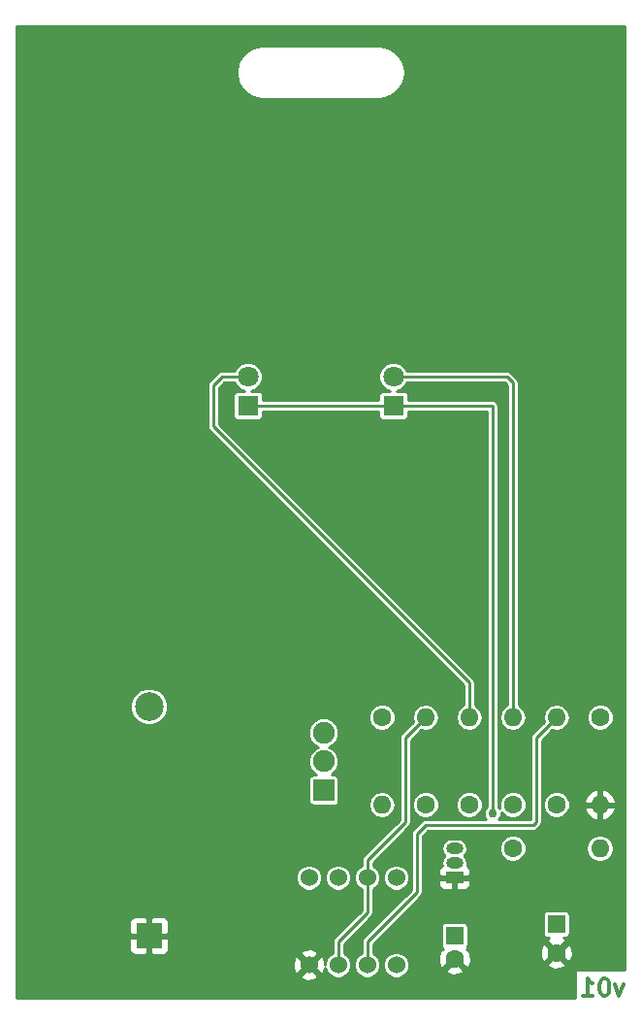
<source format=gbl>
G04 #@! TF.FileFunction,Copper,L2,Bot,Signal*
%FSLAX46Y46*%
G04 Gerber Fmt 4.6, Leading zero omitted, Abs format (unit mm)*
G04 Created by KiCad (PCBNEW 4.0.7) date 07/03/23 18:34:59*
%MOMM*%
%LPD*%
G01*
G04 APERTURE LIST*
%ADD10C,0.100000*%
%ADD11C,0.300000*%
%ADD12R,2.170000X2.170000*%
%ADD13C,2.500000*%
%ADD14R,1.600000X1.600000*%
%ADD15C,1.600000*%
%ADD16R,1.800000X1.800000*%
%ADD17C,1.800000*%
%ADD18O,1.500000X1.000000*%
%ADD19R,1.500000X1.000000*%
%ADD20O,1.600000X1.600000*%
%ADD21R,1.900000X1.900000*%
%ADD22C,1.900000*%
%ADD23C,1.524000*%
%ADD24C,0.762000*%
%ADD25C,0.254000*%
G04 APERTURE END LIST*
D10*
D11*
X180347713Y-125408571D02*
X179990570Y-126408571D01*
X179633428Y-125408571D01*
X178776285Y-124908571D02*
X178633428Y-124908571D01*
X178490571Y-124980000D01*
X178419142Y-125051429D01*
X178347713Y-125194286D01*
X178276285Y-125480000D01*
X178276285Y-125837143D01*
X178347713Y-126122857D01*
X178419142Y-126265714D01*
X178490571Y-126337143D01*
X178633428Y-126408571D01*
X178776285Y-126408571D01*
X178919142Y-126337143D01*
X178990571Y-126265714D01*
X179061999Y-126122857D01*
X179133428Y-125837143D01*
X179133428Y-125480000D01*
X179061999Y-125194286D01*
X178990571Y-125051429D01*
X178919142Y-124980000D01*
X178776285Y-124908571D01*
X176847714Y-126408571D02*
X177704857Y-126408571D01*
X177276285Y-126408571D02*
X177276285Y-124908571D01*
X177419142Y-125122857D01*
X177562000Y-125265714D01*
X177704857Y-125337143D01*
D12*
X138938000Y-121158000D03*
D13*
X138938000Y-101158000D03*
D14*
X165608000Y-121158000D03*
D15*
X165608000Y-123158000D03*
D14*
X174498000Y-120142000D03*
D15*
X174498000Y-122642000D03*
D16*
X147574000Y-74930000D03*
D17*
X147574000Y-72390000D03*
D16*
X160274000Y-74930000D03*
D17*
X160274000Y-72390000D03*
D18*
X165608000Y-114808000D03*
X165608000Y-113538000D03*
D19*
X165608000Y-116078000D03*
D15*
X159258000Y-102108000D03*
D20*
X159258000Y-109728000D03*
D15*
X163068000Y-109728000D03*
D20*
X163068000Y-102108000D03*
D15*
X174498000Y-109728000D03*
D20*
X174498000Y-102108000D03*
D15*
X178308000Y-102108000D03*
D20*
X178308000Y-109728000D03*
D15*
X170688000Y-113538000D03*
D20*
X178308000Y-113538000D03*
D15*
X166878000Y-109728000D03*
D20*
X166878000Y-102108000D03*
D15*
X170688000Y-109728000D03*
D20*
X170688000Y-102108000D03*
D21*
X154178000Y-108458000D03*
D22*
X154178000Y-105958000D03*
X154178000Y-103458000D03*
D23*
X152908000Y-116078000D03*
X155448000Y-116078000D03*
X157988000Y-116078000D03*
X160528000Y-116078000D03*
X160528000Y-123698000D03*
X157988000Y-123698000D03*
X152908000Y-123698000D03*
X155448000Y-123698000D03*
D24*
X168910000Y-110490000D03*
D25*
X157988000Y-116078000D02*
X157988000Y-114554000D01*
X161290000Y-103886000D02*
X163068000Y-102108000D01*
X161290000Y-111252000D02*
X161290000Y-103886000D01*
X157988000Y-114554000D02*
X161290000Y-111252000D01*
X155448000Y-123698000D02*
X155448000Y-121666000D01*
X157988000Y-119126000D02*
X157988000Y-116078000D01*
X155448000Y-121666000D02*
X157988000Y-119126000D01*
X160274000Y-74930000D02*
X147574000Y-74930000D01*
X168910000Y-74930000D02*
X160274000Y-74930000D01*
X168910000Y-110490000D02*
X168910000Y-74930000D01*
X166878000Y-102108000D02*
X166878000Y-99060000D01*
X145288000Y-72390000D02*
X147574000Y-72390000D01*
X144526000Y-73152000D02*
X145288000Y-72390000D01*
X144526000Y-76708000D02*
X144526000Y-73152000D01*
X166878000Y-99060000D02*
X144526000Y-76708000D01*
X170688000Y-102108000D02*
X170688000Y-72898000D01*
X170180000Y-72390000D02*
X160274000Y-72390000D01*
X170688000Y-72898000D02*
X170180000Y-72390000D01*
X172720000Y-103886000D02*
X174498000Y-102108000D01*
X172720000Y-111252000D02*
X172720000Y-103886000D01*
X172466000Y-111506000D02*
X172720000Y-111252000D01*
X163068000Y-111506000D02*
X172466000Y-111506000D01*
X162306000Y-112268000D02*
X163068000Y-111506000D01*
X162306000Y-117348000D02*
X162306000Y-112268000D01*
X157988000Y-121666000D02*
X162306000Y-117348000D01*
X157988000Y-123698000D02*
X157988000Y-121666000D01*
G36*
X180454300Y-124149000D02*
X176181001Y-124149000D01*
X176181001Y-126606300D01*
X127393700Y-126606300D01*
X127393700Y-124678213D01*
X152107392Y-124678213D01*
X152176857Y-124920397D01*
X152700302Y-125107144D01*
X153255368Y-125079362D01*
X153639143Y-124920397D01*
X153708608Y-124678213D01*
X152908000Y-123877605D01*
X152107392Y-124678213D01*
X127393700Y-124678213D01*
X127393700Y-123490302D01*
X151498856Y-123490302D01*
X151526638Y-124045368D01*
X151685603Y-124429143D01*
X151927787Y-124498608D01*
X152728395Y-123698000D01*
X153087605Y-123698000D01*
X153888213Y-124498608D01*
X154130397Y-124429143D01*
X154307852Y-123931742D01*
X154478446Y-124344612D01*
X154799697Y-124666423D01*
X155219646Y-124840801D01*
X155674359Y-124841198D01*
X156094612Y-124667554D01*
X156416423Y-124346303D01*
X156590801Y-123926354D01*
X156591198Y-123471641D01*
X156417554Y-123051388D01*
X156096303Y-122729577D01*
X155956000Y-122671318D01*
X155956000Y-121876420D01*
X158347210Y-119485211D01*
X158457330Y-119320404D01*
X158457331Y-119320403D01*
X158496000Y-119126000D01*
X158496000Y-117104827D01*
X158634612Y-117047554D01*
X158956423Y-116726303D01*
X159130801Y-116306354D01*
X159130802Y-116304359D01*
X159384802Y-116304359D01*
X159558446Y-116724612D01*
X159879697Y-117046423D01*
X160299646Y-117220801D01*
X160754359Y-117221198D01*
X161174612Y-117047554D01*
X161496423Y-116726303D01*
X161670801Y-116306354D01*
X161671198Y-115851641D01*
X161497554Y-115431388D01*
X161176303Y-115109577D01*
X160756354Y-114935199D01*
X160301641Y-114934802D01*
X159881388Y-115108446D01*
X159559577Y-115429697D01*
X159385199Y-115849646D01*
X159384802Y-116304359D01*
X159130802Y-116304359D01*
X159131198Y-115851641D01*
X158957554Y-115431388D01*
X158636303Y-115109577D01*
X158496000Y-115051318D01*
X158496000Y-114764420D01*
X161649210Y-111611210D01*
X161759331Y-111446404D01*
X161798000Y-111252000D01*
X161798000Y-109961885D01*
X161886796Y-109961885D01*
X162066213Y-110396109D01*
X162398144Y-110728619D01*
X162832054Y-110908794D01*
X163301885Y-110909204D01*
X163736109Y-110729787D01*
X164068619Y-110397856D01*
X164248794Y-109963946D01*
X164248795Y-109961885D01*
X165696796Y-109961885D01*
X165876213Y-110396109D01*
X166208144Y-110728619D01*
X166642054Y-110908794D01*
X167111885Y-110909204D01*
X167546109Y-110729787D01*
X167878619Y-110397856D01*
X168058794Y-109963946D01*
X168059204Y-109494115D01*
X167879787Y-109059891D01*
X167547856Y-108727381D01*
X167113946Y-108547206D01*
X166644115Y-108546796D01*
X166209891Y-108726213D01*
X165877381Y-109058144D01*
X165697206Y-109492054D01*
X165696796Y-109961885D01*
X164248795Y-109961885D01*
X164249204Y-109494115D01*
X164069787Y-109059891D01*
X163737856Y-108727381D01*
X163303946Y-108547206D01*
X162834115Y-108546796D01*
X162399891Y-108726213D01*
X162067381Y-109058144D01*
X161887206Y-109492054D01*
X161886796Y-109961885D01*
X161798000Y-109961885D01*
X161798000Y-104096420D01*
X162662868Y-103231552D01*
X163068000Y-103312137D01*
X163519949Y-103222239D01*
X163903093Y-102966230D01*
X164159102Y-102583086D01*
X164249000Y-102131137D01*
X164249000Y-102084863D01*
X164159102Y-101632914D01*
X163903093Y-101249770D01*
X163519949Y-100993761D01*
X163068000Y-100903863D01*
X162616051Y-100993761D01*
X162232907Y-101249770D01*
X161976898Y-101632914D01*
X161887000Y-102084863D01*
X161887000Y-102131137D01*
X161959908Y-102497672D01*
X160930790Y-103526790D01*
X160820669Y-103691597D01*
X160782000Y-103886000D01*
X160782000Y-111041580D01*
X157628790Y-114194790D01*
X157518669Y-114359597D01*
X157480000Y-114554000D01*
X157480000Y-115051173D01*
X157341388Y-115108446D01*
X157019577Y-115429697D01*
X156845199Y-115849646D01*
X156844802Y-116304359D01*
X157018446Y-116724612D01*
X157339697Y-117046423D01*
X157480000Y-117104682D01*
X157480000Y-118915579D01*
X155088790Y-121306790D01*
X154978669Y-121471597D01*
X154940000Y-121666000D01*
X154940000Y-122671173D01*
X154801388Y-122728446D01*
X154479577Y-123049697D01*
X154305199Y-123469646D01*
X154305030Y-123663660D01*
X154289362Y-123350632D01*
X154130397Y-122966857D01*
X153888213Y-122897392D01*
X153087605Y-123698000D01*
X152728395Y-123698000D01*
X151927787Y-122897392D01*
X151685603Y-122966857D01*
X151498856Y-123490302D01*
X127393700Y-123490302D01*
X127393700Y-121443750D01*
X137218000Y-121443750D01*
X137218000Y-122369309D01*
X137314673Y-122602698D01*
X137493301Y-122781327D01*
X137726690Y-122878000D01*
X138652250Y-122878000D01*
X138811000Y-122719250D01*
X138811000Y-121285000D01*
X139065000Y-121285000D01*
X139065000Y-122719250D01*
X139223750Y-122878000D01*
X140149310Y-122878000D01*
X140382699Y-122781327D01*
X140446238Y-122717787D01*
X152107392Y-122717787D01*
X152908000Y-123518395D01*
X153708608Y-122717787D01*
X153639143Y-122475603D01*
X153115698Y-122288856D01*
X152560632Y-122316638D01*
X152176857Y-122475603D01*
X152107392Y-122717787D01*
X140446238Y-122717787D01*
X140561327Y-122602698D01*
X140658000Y-122369309D01*
X140658000Y-121443750D01*
X140499250Y-121285000D01*
X139065000Y-121285000D01*
X138811000Y-121285000D01*
X137376750Y-121285000D01*
X137218000Y-121443750D01*
X127393700Y-121443750D01*
X127393700Y-119946691D01*
X137218000Y-119946691D01*
X137218000Y-120872250D01*
X137376750Y-121031000D01*
X138811000Y-121031000D01*
X138811000Y-119596750D01*
X139065000Y-119596750D01*
X139065000Y-121031000D01*
X140499250Y-121031000D01*
X140658000Y-120872250D01*
X140658000Y-119946691D01*
X140561327Y-119713302D01*
X140382699Y-119534673D01*
X140149310Y-119438000D01*
X139223750Y-119438000D01*
X139065000Y-119596750D01*
X138811000Y-119596750D01*
X138652250Y-119438000D01*
X137726690Y-119438000D01*
X137493301Y-119534673D01*
X137314673Y-119713302D01*
X137218000Y-119946691D01*
X127393700Y-119946691D01*
X127393700Y-116304359D01*
X151764802Y-116304359D01*
X151938446Y-116724612D01*
X152259697Y-117046423D01*
X152679646Y-117220801D01*
X153134359Y-117221198D01*
X153554612Y-117047554D01*
X153876423Y-116726303D01*
X154050801Y-116306354D01*
X154050802Y-116304359D01*
X154304802Y-116304359D01*
X154478446Y-116724612D01*
X154799697Y-117046423D01*
X155219646Y-117220801D01*
X155674359Y-117221198D01*
X156094612Y-117047554D01*
X156416423Y-116726303D01*
X156590801Y-116306354D01*
X156591198Y-115851641D01*
X156417554Y-115431388D01*
X156096303Y-115109577D01*
X155676354Y-114935199D01*
X155221641Y-114934802D01*
X154801388Y-115108446D01*
X154479577Y-115429697D01*
X154305199Y-115849646D01*
X154304802Y-116304359D01*
X154050802Y-116304359D01*
X154051198Y-115851641D01*
X153877554Y-115431388D01*
X153556303Y-115109577D01*
X153136354Y-114935199D01*
X152681641Y-114934802D01*
X152261388Y-115108446D01*
X151939577Y-115429697D01*
X151765199Y-115849646D01*
X151764802Y-116304359D01*
X127393700Y-116304359D01*
X127393700Y-107508000D01*
X152839536Y-107508000D01*
X152839536Y-109408000D01*
X152866103Y-109549190D01*
X152949546Y-109678865D01*
X153076866Y-109765859D01*
X153228000Y-109796464D01*
X155128000Y-109796464D01*
X155269190Y-109769897D01*
X155370256Y-109704863D01*
X158077000Y-109704863D01*
X158077000Y-109751137D01*
X158166898Y-110203086D01*
X158422907Y-110586230D01*
X158806051Y-110842239D01*
X159258000Y-110932137D01*
X159709949Y-110842239D01*
X160093093Y-110586230D01*
X160349102Y-110203086D01*
X160439000Y-109751137D01*
X160439000Y-109704863D01*
X160349102Y-109252914D01*
X160093093Y-108869770D01*
X159709949Y-108613761D01*
X159258000Y-108523863D01*
X158806051Y-108613761D01*
X158422907Y-108869770D01*
X158166898Y-109252914D01*
X158077000Y-109704863D01*
X155370256Y-109704863D01*
X155398865Y-109686454D01*
X155485859Y-109559134D01*
X155516464Y-109408000D01*
X155516464Y-107508000D01*
X155489897Y-107366810D01*
X155406454Y-107237135D01*
X155279134Y-107150141D01*
X155128000Y-107119536D01*
X154852284Y-107119536D01*
X154930966Y-107087025D01*
X155305709Y-106712935D01*
X155508769Y-106223914D01*
X155509231Y-105694409D01*
X155307025Y-105205034D01*
X154932935Y-104830291D01*
X154638306Y-104707950D01*
X154930966Y-104587025D01*
X155305709Y-104212935D01*
X155508769Y-103723914D01*
X155509231Y-103194409D01*
X155307025Y-102705034D01*
X154944509Y-102341885D01*
X158076796Y-102341885D01*
X158256213Y-102776109D01*
X158588144Y-103108619D01*
X159022054Y-103288794D01*
X159491885Y-103289204D01*
X159926109Y-103109787D01*
X160258619Y-102777856D01*
X160438794Y-102343946D01*
X160439204Y-101874115D01*
X160259787Y-101439891D01*
X159927856Y-101107381D01*
X159493946Y-100927206D01*
X159024115Y-100926796D01*
X158589891Y-101106213D01*
X158257381Y-101438144D01*
X158077206Y-101872054D01*
X158076796Y-102341885D01*
X154944509Y-102341885D01*
X154932935Y-102330291D01*
X154443914Y-102127231D01*
X153914409Y-102126769D01*
X153425034Y-102328975D01*
X153050291Y-102703065D01*
X152847231Y-103192086D01*
X152846769Y-103721591D01*
X153048975Y-104210966D01*
X153423065Y-104585709D01*
X153717694Y-104708050D01*
X153425034Y-104828975D01*
X153050291Y-105203065D01*
X152847231Y-105692086D01*
X152846769Y-106221591D01*
X153048975Y-106710966D01*
X153423065Y-107085709D01*
X153504529Y-107119536D01*
X153228000Y-107119536D01*
X153086810Y-107146103D01*
X152957135Y-107229546D01*
X152870141Y-107356866D01*
X152839536Y-107508000D01*
X127393700Y-107508000D01*
X127393700Y-101481003D01*
X137306718Y-101481003D01*
X137554499Y-102080680D01*
X138012907Y-102539888D01*
X138612151Y-102788716D01*
X139261003Y-102789282D01*
X139860680Y-102541501D01*
X140319888Y-102083093D01*
X140568716Y-101483849D01*
X140569282Y-100834997D01*
X140321501Y-100235320D01*
X139863093Y-99776112D01*
X139263849Y-99527284D01*
X138614997Y-99526718D01*
X138015320Y-99774499D01*
X137556112Y-100232907D01*
X137307284Y-100832151D01*
X137306718Y-101481003D01*
X127393700Y-101481003D01*
X127393700Y-73152000D01*
X144018000Y-73152000D01*
X144018000Y-76708000D01*
X144056669Y-76902403D01*
X144166790Y-77067210D01*
X166370000Y-99270421D01*
X166370000Y-101031213D01*
X166042907Y-101249770D01*
X165786898Y-101632914D01*
X165697000Y-102084863D01*
X165697000Y-102131137D01*
X165786898Y-102583086D01*
X166042907Y-102966230D01*
X166426051Y-103222239D01*
X166878000Y-103312137D01*
X167329949Y-103222239D01*
X167713093Y-102966230D01*
X167969102Y-102583086D01*
X168059000Y-102131137D01*
X168059000Y-102084863D01*
X167969102Y-101632914D01*
X167713093Y-101249770D01*
X167386000Y-101031213D01*
X167386000Y-99060000D01*
X167347331Y-98865597D01*
X167237211Y-98700790D01*
X145034000Y-76497580D01*
X145034000Y-73362420D01*
X145498420Y-72898000D01*
X146397857Y-72898000D01*
X146487388Y-73114680D01*
X146847425Y-73475345D01*
X147247656Y-73641536D01*
X146674000Y-73641536D01*
X146532810Y-73668103D01*
X146403135Y-73751546D01*
X146316141Y-73878866D01*
X146285536Y-74030000D01*
X146285536Y-75830000D01*
X146312103Y-75971190D01*
X146395546Y-76100865D01*
X146522866Y-76187859D01*
X146674000Y-76218464D01*
X148474000Y-76218464D01*
X148615190Y-76191897D01*
X148744865Y-76108454D01*
X148831859Y-75981134D01*
X148862464Y-75830000D01*
X148862464Y-75438000D01*
X158985536Y-75438000D01*
X158985536Y-75830000D01*
X159012103Y-75971190D01*
X159095546Y-76100865D01*
X159222866Y-76187859D01*
X159374000Y-76218464D01*
X161174000Y-76218464D01*
X161315190Y-76191897D01*
X161444865Y-76108454D01*
X161531859Y-75981134D01*
X161562464Y-75830000D01*
X161562464Y-75438000D01*
X168402000Y-75438000D01*
X168402000Y-109920424D01*
X168264385Y-110057798D01*
X168148133Y-110337764D01*
X168147868Y-110640906D01*
X168263632Y-110921074D01*
X168340424Y-110998000D01*
X163068000Y-110998000D01*
X162873597Y-111036669D01*
X162708790Y-111146790D01*
X161946790Y-111908790D01*
X161836669Y-112073597D01*
X161798000Y-112268000D01*
X161798000Y-117137580D01*
X157628790Y-121306790D01*
X157518669Y-121471597D01*
X157480000Y-121666000D01*
X157480000Y-122671173D01*
X157341388Y-122728446D01*
X157019577Y-123049697D01*
X156845199Y-123469646D01*
X156844802Y-123924359D01*
X157018446Y-124344612D01*
X157339697Y-124666423D01*
X157759646Y-124840801D01*
X158214359Y-124841198D01*
X158634612Y-124667554D01*
X158956423Y-124346303D01*
X159130801Y-123926354D01*
X159130802Y-123924359D01*
X159384802Y-123924359D01*
X159558446Y-124344612D01*
X159879697Y-124666423D01*
X160299646Y-124840801D01*
X160754359Y-124841198D01*
X161174612Y-124667554D01*
X161496423Y-124346303D01*
X161571397Y-124165745D01*
X164779861Y-124165745D01*
X164853995Y-124411864D01*
X165391223Y-124604965D01*
X165961454Y-124577778D01*
X166362005Y-124411864D01*
X166436139Y-124165745D01*
X165608000Y-123337605D01*
X164779861Y-124165745D01*
X161571397Y-124165745D01*
X161670801Y-123926354D01*
X161671198Y-123471641D01*
X161497554Y-123051388D01*
X161387581Y-122941223D01*
X164161035Y-122941223D01*
X164188222Y-123511454D01*
X164354136Y-123912005D01*
X164600255Y-123986139D01*
X165428395Y-123158000D01*
X165414252Y-123143858D01*
X165593858Y-122964252D01*
X165608000Y-122978395D01*
X165622142Y-122964252D01*
X165801748Y-123143858D01*
X165787605Y-123158000D01*
X166615745Y-123986139D01*
X166861864Y-123912005D01*
X166956130Y-123649745D01*
X173669861Y-123649745D01*
X173743995Y-123895864D01*
X174281223Y-124088965D01*
X174851454Y-124061778D01*
X175252005Y-123895864D01*
X175326139Y-123649745D01*
X174498000Y-122821605D01*
X173669861Y-123649745D01*
X166956130Y-123649745D01*
X167054965Y-123374777D01*
X167027778Y-122804546D01*
X166870657Y-122425223D01*
X173051035Y-122425223D01*
X173078222Y-122995454D01*
X173244136Y-123396005D01*
X173490255Y-123470139D01*
X174318395Y-122642000D01*
X174677605Y-122642000D01*
X175505745Y-123470139D01*
X175751864Y-123396005D01*
X175944965Y-122858777D01*
X175917778Y-122288546D01*
X175751864Y-121887995D01*
X175505745Y-121813861D01*
X174677605Y-122642000D01*
X174318395Y-122642000D01*
X173490255Y-121813861D01*
X173244136Y-121887995D01*
X173051035Y-122425223D01*
X166870657Y-122425223D01*
X166861864Y-122403995D01*
X166615747Y-122329861D01*
X166730622Y-122214986D01*
X166708588Y-122192952D01*
X166765859Y-122109134D01*
X166796464Y-121958000D01*
X166796464Y-120358000D01*
X166769897Y-120216810D01*
X166686454Y-120087135D01*
X166559134Y-120000141D01*
X166408000Y-119969536D01*
X164808000Y-119969536D01*
X164666810Y-119996103D01*
X164537135Y-120079546D01*
X164450141Y-120206866D01*
X164419536Y-120358000D01*
X164419536Y-121958000D01*
X164446103Y-122099190D01*
X164506819Y-122193545D01*
X164485378Y-122214986D01*
X164600253Y-122329861D01*
X164354136Y-122403995D01*
X164161035Y-122941223D01*
X161387581Y-122941223D01*
X161176303Y-122729577D01*
X160756354Y-122555199D01*
X160301641Y-122554802D01*
X159881388Y-122728446D01*
X159559577Y-123049697D01*
X159385199Y-123469646D01*
X159384802Y-123924359D01*
X159130802Y-123924359D01*
X159131198Y-123471641D01*
X158957554Y-123051388D01*
X158636303Y-122729577D01*
X158496000Y-122671318D01*
X158496000Y-121876420D01*
X161030420Y-119342000D01*
X173309536Y-119342000D01*
X173309536Y-120942000D01*
X173336103Y-121083190D01*
X173419546Y-121212865D01*
X173546866Y-121299859D01*
X173698000Y-121330464D01*
X173883227Y-121330464D01*
X173743995Y-121388136D01*
X173669861Y-121634255D01*
X174498000Y-122462395D01*
X175326139Y-121634255D01*
X175252005Y-121388136D01*
X175091555Y-121330464D01*
X175298000Y-121330464D01*
X175439190Y-121303897D01*
X175568865Y-121220454D01*
X175655859Y-121093134D01*
X175686464Y-120942000D01*
X175686464Y-119342000D01*
X175659897Y-119200810D01*
X175576454Y-119071135D01*
X175449134Y-118984141D01*
X175298000Y-118953536D01*
X173698000Y-118953536D01*
X173556810Y-118980103D01*
X173427135Y-119063546D01*
X173340141Y-119190866D01*
X173309536Y-119342000D01*
X161030420Y-119342000D01*
X162665210Y-117707210D01*
X162775331Y-117542404D01*
X162814000Y-117348000D01*
X162814000Y-116363750D01*
X164223000Y-116363750D01*
X164223000Y-116704309D01*
X164319673Y-116937698D01*
X164498301Y-117116327D01*
X164731690Y-117213000D01*
X165322250Y-117213000D01*
X165481000Y-117054250D01*
X165481000Y-116205000D01*
X165735000Y-116205000D01*
X165735000Y-117054250D01*
X165893750Y-117213000D01*
X166484310Y-117213000D01*
X166717699Y-117116327D01*
X166896327Y-116937698D01*
X166993000Y-116704309D01*
X166993000Y-116363750D01*
X166834250Y-116205000D01*
X165735000Y-116205000D01*
X165481000Y-116205000D01*
X164381750Y-116205000D01*
X164223000Y-116363750D01*
X162814000Y-116363750D01*
X162814000Y-115451691D01*
X164223000Y-115451691D01*
X164223000Y-115792250D01*
X164381750Y-115951000D01*
X165481000Y-115951000D01*
X165481000Y-115931000D01*
X165735000Y-115931000D01*
X165735000Y-115951000D01*
X166834250Y-115951000D01*
X166993000Y-115792250D01*
X166993000Y-115451691D01*
X166896327Y-115218302D01*
X166717699Y-115039673D01*
X166715275Y-115038669D01*
X166761158Y-114808000D01*
X166694096Y-114470856D01*
X166503119Y-114185039D01*
X166485101Y-114173000D01*
X166503119Y-114160961D01*
X166694096Y-113875144D01*
X166714635Y-113771885D01*
X169506796Y-113771885D01*
X169686213Y-114206109D01*
X170018144Y-114538619D01*
X170452054Y-114718794D01*
X170921885Y-114719204D01*
X171356109Y-114539787D01*
X171688619Y-114207856D01*
X171868794Y-113773946D01*
X171868999Y-113538000D01*
X177103863Y-113538000D01*
X177193761Y-113989949D01*
X177449770Y-114373093D01*
X177832914Y-114629102D01*
X178284863Y-114719000D01*
X178331137Y-114719000D01*
X178783086Y-114629102D01*
X179166230Y-114373093D01*
X179422239Y-113989949D01*
X179512137Y-113538000D01*
X179422239Y-113086051D01*
X179166230Y-112702907D01*
X178783086Y-112446898D01*
X178331137Y-112357000D01*
X178284863Y-112357000D01*
X177832914Y-112446898D01*
X177449770Y-112702907D01*
X177193761Y-113086051D01*
X177103863Y-113538000D01*
X171868999Y-113538000D01*
X171869204Y-113304115D01*
X171689787Y-112869891D01*
X171357856Y-112537381D01*
X170923946Y-112357206D01*
X170454115Y-112356796D01*
X170019891Y-112536213D01*
X169687381Y-112868144D01*
X169507206Y-113302054D01*
X169506796Y-113771885D01*
X166714635Y-113771885D01*
X166761158Y-113538000D01*
X166694096Y-113200856D01*
X166503119Y-112915039D01*
X166217302Y-112724062D01*
X165880158Y-112657000D01*
X165335842Y-112657000D01*
X164998698Y-112724062D01*
X164712881Y-112915039D01*
X164521904Y-113200856D01*
X164454842Y-113538000D01*
X164521904Y-113875144D01*
X164712881Y-114160961D01*
X164730899Y-114173000D01*
X164712881Y-114185039D01*
X164521904Y-114470856D01*
X164454842Y-114808000D01*
X164500725Y-115038669D01*
X164498301Y-115039673D01*
X164319673Y-115218302D01*
X164223000Y-115451691D01*
X162814000Y-115451691D01*
X162814000Y-112478420D01*
X163278420Y-112014000D01*
X172466000Y-112014000D01*
X172660403Y-111975331D01*
X172825210Y-111865210D01*
X173079210Y-111611210D01*
X173189331Y-111446404D01*
X173216145Y-111311597D01*
X173228000Y-111252000D01*
X173228000Y-109961885D01*
X173316796Y-109961885D01*
X173496213Y-110396109D01*
X173828144Y-110728619D01*
X174262054Y-110908794D01*
X174731885Y-110909204D01*
X175166109Y-110729787D01*
X175498619Y-110397856D01*
X175631832Y-110077041D01*
X176916086Y-110077041D01*
X177155611Y-110583134D01*
X177570577Y-110959041D01*
X177958961Y-111119904D01*
X178181000Y-110997915D01*
X178181000Y-109855000D01*
X178435000Y-109855000D01*
X178435000Y-110997915D01*
X178657039Y-111119904D01*
X179045423Y-110959041D01*
X179460389Y-110583134D01*
X179699914Y-110077041D01*
X179578629Y-109855000D01*
X178435000Y-109855000D01*
X178181000Y-109855000D01*
X177037371Y-109855000D01*
X176916086Y-110077041D01*
X175631832Y-110077041D01*
X175678794Y-109963946D01*
X175679204Y-109494115D01*
X175631623Y-109378959D01*
X176916086Y-109378959D01*
X177037371Y-109601000D01*
X178181000Y-109601000D01*
X178181000Y-108458085D01*
X178435000Y-108458085D01*
X178435000Y-109601000D01*
X179578629Y-109601000D01*
X179699914Y-109378959D01*
X179460389Y-108872866D01*
X179045423Y-108496959D01*
X178657039Y-108336096D01*
X178435000Y-108458085D01*
X178181000Y-108458085D01*
X177958961Y-108336096D01*
X177570577Y-108496959D01*
X177155611Y-108872866D01*
X176916086Y-109378959D01*
X175631623Y-109378959D01*
X175499787Y-109059891D01*
X175167856Y-108727381D01*
X174733946Y-108547206D01*
X174264115Y-108546796D01*
X173829891Y-108726213D01*
X173497381Y-109058144D01*
X173317206Y-109492054D01*
X173316796Y-109961885D01*
X173228000Y-109961885D01*
X173228000Y-104096420D01*
X174092868Y-103231552D01*
X174498000Y-103312137D01*
X174949949Y-103222239D01*
X175333093Y-102966230D01*
X175589102Y-102583086D01*
X175637079Y-102341885D01*
X177126796Y-102341885D01*
X177306213Y-102776109D01*
X177638144Y-103108619D01*
X178072054Y-103288794D01*
X178541885Y-103289204D01*
X178976109Y-103109787D01*
X179308619Y-102777856D01*
X179488794Y-102343946D01*
X179489204Y-101874115D01*
X179309787Y-101439891D01*
X178977856Y-101107381D01*
X178543946Y-100927206D01*
X178074115Y-100926796D01*
X177639891Y-101106213D01*
X177307381Y-101438144D01*
X177127206Y-101872054D01*
X177126796Y-102341885D01*
X175637079Y-102341885D01*
X175679000Y-102131137D01*
X175679000Y-102084863D01*
X175589102Y-101632914D01*
X175333093Y-101249770D01*
X174949949Y-100993761D01*
X174498000Y-100903863D01*
X174046051Y-100993761D01*
X173662907Y-101249770D01*
X173406898Y-101632914D01*
X173317000Y-102084863D01*
X173317000Y-102131137D01*
X173389908Y-102497672D01*
X172360790Y-103526790D01*
X172250669Y-103691597D01*
X172212000Y-103886000D01*
X172212000Y-110998000D01*
X169479684Y-110998000D01*
X169555615Y-110922202D01*
X169671867Y-110642236D01*
X169672112Y-110361982D01*
X169686213Y-110396109D01*
X170018144Y-110728619D01*
X170452054Y-110908794D01*
X170921885Y-110909204D01*
X171356109Y-110729787D01*
X171688619Y-110397856D01*
X171868794Y-109963946D01*
X171869204Y-109494115D01*
X171689787Y-109059891D01*
X171357856Y-108727381D01*
X170923946Y-108547206D01*
X170454115Y-108546796D01*
X170019891Y-108726213D01*
X169687381Y-109058144D01*
X169507206Y-109492054D01*
X169506796Y-109961885D01*
X169540200Y-110042730D01*
X169418000Y-109920316D01*
X169418000Y-74930000D01*
X169379331Y-74735597D01*
X169269210Y-74570790D01*
X169104403Y-74460669D01*
X168910000Y-74422000D01*
X161562464Y-74422000D01*
X161562464Y-74030000D01*
X161535897Y-73888810D01*
X161452454Y-73759135D01*
X161325134Y-73672141D01*
X161174000Y-73641536D01*
X160599534Y-73641536D01*
X160998680Y-73476612D01*
X161359345Y-73116575D01*
X161450106Y-72898000D01*
X169969580Y-72898000D01*
X170180000Y-73108421D01*
X170180000Y-101031213D01*
X169852907Y-101249770D01*
X169596898Y-101632914D01*
X169507000Y-102084863D01*
X169507000Y-102131137D01*
X169596898Y-102583086D01*
X169852907Y-102966230D01*
X170236051Y-103222239D01*
X170688000Y-103312137D01*
X171139949Y-103222239D01*
X171523093Y-102966230D01*
X171779102Y-102583086D01*
X171869000Y-102131137D01*
X171869000Y-102084863D01*
X171779102Y-101632914D01*
X171523093Y-101249770D01*
X171196000Y-101031213D01*
X171196000Y-72898000D01*
X171157331Y-72703597D01*
X171077688Y-72584403D01*
X171047210Y-72538789D01*
X170539210Y-72030790D01*
X170374403Y-71920669D01*
X170180000Y-71882000D01*
X161450143Y-71882000D01*
X161360612Y-71665320D01*
X161000575Y-71304655D01*
X160529924Y-71109223D01*
X160020311Y-71108778D01*
X159549320Y-71303388D01*
X159188655Y-71663425D01*
X158993223Y-72134076D01*
X158992778Y-72643689D01*
X159187388Y-73114680D01*
X159547425Y-73475345D01*
X159947656Y-73641536D01*
X159374000Y-73641536D01*
X159232810Y-73668103D01*
X159103135Y-73751546D01*
X159016141Y-73878866D01*
X158985536Y-74030000D01*
X158985536Y-74422000D01*
X148862464Y-74422000D01*
X148862464Y-74030000D01*
X148835897Y-73888810D01*
X148752454Y-73759135D01*
X148625134Y-73672141D01*
X148474000Y-73641536D01*
X147899534Y-73641536D01*
X148298680Y-73476612D01*
X148659345Y-73116575D01*
X148854777Y-72645924D01*
X148855222Y-72136311D01*
X148660612Y-71665320D01*
X148300575Y-71304655D01*
X147829924Y-71109223D01*
X147320311Y-71108778D01*
X146849320Y-71303388D01*
X146488655Y-71663425D01*
X146397894Y-71882000D01*
X145288000Y-71882000D01*
X145093597Y-71920669D01*
X144928790Y-72030790D01*
X144166790Y-72792790D01*
X144056669Y-72957597D01*
X144018000Y-73152000D01*
X127393700Y-73152000D01*
X127393700Y-45770193D01*
X146552865Y-45770193D01*
X146552865Y-45923807D01*
X146697874Y-46652819D01*
X146732310Y-46735954D01*
X146756660Y-46794740D01*
X147169613Y-47412766D01*
X147278234Y-47521387D01*
X147896259Y-47934340D01*
X147979395Y-47968776D01*
X148038181Y-47993126D01*
X148767193Y-48138135D01*
X148805969Y-48138135D01*
X148844000Y-48145700D01*
X159004000Y-48145700D01*
X159042031Y-48138135D01*
X159080807Y-48138135D01*
X159809819Y-47993126D01*
X159892954Y-47958690D01*
X159951740Y-47934340D01*
X160569766Y-47521387D01*
X160678387Y-47412766D01*
X161091340Y-46794741D01*
X161125776Y-46711605D01*
X161150126Y-46652819D01*
X161295135Y-45923807D01*
X161295135Y-45770193D01*
X161150126Y-45041181D01*
X161125776Y-44982395D01*
X161091340Y-44899259D01*
X160678387Y-44281234D01*
X160569766Y-44172613D01*
X159951740Y-43759660D01*
X159863894Y-43723273D01*
X159809819Y-43700874D01*
X159080807Y-43555865D01*
X159042031Y-43555865D01*
X159004000Y-43548300D01*
X148844000Y-43548300D01*
X148805969Y-43555865D01*
X148767193Y-43555865D01*
X148038181Y-43700874D01*
X147984106Y-43723273D01*
X147896259Y-43759660D01*
X147278234Y-44172613D01*
X147169613Y-44281234D01*
X146756660Y-44899260D01*
X146756660Y-44899261D01*
X146697874Y-45041181D01*
X146552865Y-45770193D01*
X127393700Y-45770193D01*
X127393700Y-41795700D01*
X180454300Y-41795700D01*
X180454300Y-124149000D01*
X180454300Y-124149000D01*
G37*
X180454300Y-124149000D02*
X176181001Y-124149000D01*
X176181001Y-126606300D01*
X127393700Y-126606300D01*
X127393700Y-124678213D01*
X152107392Y-124678213D01*
X152176857Y-124920397D01*
X152700302Y-125107144D01*
X153255368Y-125079362D01*
X153639143Y-124920397D01*
X153708608Y-124678213D01*
X152908000Y-123877605D01*
X152107392Y-124678213D01*
X127393700Y-124678213D01*
X127393700Y-123490302D01*
X151498856Y-123490302D01*
X151526638Y-124045368D01*
X151685603Y-124429143D01*
X151927787Y-124498608D01*
X152728395Y-123698000D01*
X153087605Y-123698000D01*
X153888213Y-124498608D01*
X154130397Y-124429143D01*
X154307852Y-123931742D01*
X154478446Y-124344612D01*
X154799697Y-124666423D01*
X155219646Y-124840801D01*
X155674359Y-124841198D01*
X156094612Y-124667554D01*
X156416423Y-124346303D01*
X156590801Y-123926354D01*
X156591198Y-123471641D01*
X156417554Y-123051388D01*
X156096303Y-122729577D01*
X155956000Y-122671318D01*
X155956000Y-121876420D01*
X158347210Y-119485211D01*
X158457330Y-119320404D01*
X158457331Y-119320403D01*
X158496000Y-119126000D01*
X158496000Y-117104827D01*
X158634612Y-117047554D01*
X158956423Y-116726303D01*
X159130801Y-116306354D01*
X159130802Y-116304359D01*
X159384802Y-116304359D01*
X159558446Y-116724612D01*
X159879697Y-117046423D01*
X160299646Y-117220801D01*
X160754359Y-117221198D01*
X161174612Y-117047554D01*
X161496423Y-116726303D01*
X161670801Y-116306354D01*
X161671198Y-115851641D01*
X161497554Y-115431388D01*
X161176303Y-115109577D01*
X160756354Y-114935199D01*
X160301641Y-114934802D01*
X159881388Y-115108446D01*
X159559577Y-115429697D01*
X159385199Y-115849646D01*
X159384802Y-116304359D01*
X159130802Y-116304359D01*
X159131198Y-115851641D01*
X158957554Y-115431388D01*
X158636303Y-115109577D01*
X158496000Y-115051318D01*
X158496000Y-114764420D01*
X161649210Y-111611210D01*
X161759331Y-111446404D01*
X161798000Y-111252000D01*
X161798000Y-109961885D01*
X161886796Y-109961885D01*
X162066213Y-110396109D01*
X162398144Y-110728619D01*
X162832054Y-110908794D01*
X163301885Y-110909204D01*
X163736109Y-110729787D01*
X164068619Y-110397856D01*
X164248794Y-109963946D01*
X164248795Y-109961885D01*
X165696796Y-109961885D01*
X165876213Y-110396109D01*
X166208144Y-110728619D01*
X166642054Y-110908794D01*
X167111885Y-110909204D01*
X167546109Y-110729787D01*
X167878619Y-110397856D01*
X168058794Y-109963946D01*
X168059204Y-109494115D01*
X167879787Y-109059891D01*
X167547856Y-108727381D01*
X167113946Y-108547206D01*
X166644115Y-108546796D01*
X166209891Y-108726213D01*
X165877381Y-109058144D01*
X165697206Y-109492054D01*
X165696796Y-109961885D01*
X164248795Y-109961885D01*
X164249204Y-109494115D01*
X164069787Y-109059891D01*
X163737856Y-108727381D01*
X163303946Y-108547206D01*
X162834115Y-108546796D01*
X162399891Y-108726213D01*
X162067381Y-109058144D01*
X161887206Y-109492054D01*
X161886796Y-109961885D01*
X161798000Y-109961885D01*
X161798000Y-104096420D01*
X162662868Y-103231552D01*
X163068000Y-103312137D01*
X163519949Y-103222239D01*
X163903093Y-102966230D01*
X164159102Y-102583086D01*
X164249000Y-102131137D01*
X164249000Y-102084863D01*
X164159102Y-101632914D01*
X163903093Y-101249770D01*
X163519949Y-100993761D01*
X163068000Y-100903863D01*
X162616051Y-100993761D01*
X162232907Y-101249770D01*
X161976898Y-101632914D01*
X161887000Y-102084863D01*
X161887000Y-102131137D01*
X161959908Y-102497672D01*
X160930790Y-103526790D01*
X160820669Y-103691597D01*
X160782000Y-103886000D01*
X160782000Y-111041580D01*
X157628790Y-114194790D01*
X157518669Y-114359597D01*
X157480000Y-114554000D01*
X157480000Y-115051173D01*
X157341388Y-115108446D01*
X157019577Y-115429697D01*
X156845199Y-115849646D01*
X156844802Y-116304359D01*
X157018446Y-116724612D01*
X157339697Y-117046423D01*
X157480000Y-117104682D01*
X157480000Y-118915579D01*
X155088790Y-121306790D01*
X154978669Y-121471597D01*
X154940000Y-121666000D01*
X154940000Y-122671173D01*
X154801388Y-122728446D01*
X154479577Y-123049697D01*
X154305199Y-123469646D01*
X154305030Y-123663660D01*
X154289362Y-123350632D01*
X154130397Y-122966857D01*
X153888213Y-122897392D01*
X153087605Y-123698000D01*
X152728395Y-123698000D01*
X151927787Y-122897392D01*
X151685603Y-122966857D01*
X151498856Y-123490302D01*
X127393700Y-123490302D01*
X127393700Y-121443750D01*
X137218000Y-121443750D01*
X137218000Y-122369309D01*
X137314673Y-122602698D01*
X137493301Y-122781327D01*
X137726690Y-122878000D01*
X138652250Y-122878000D01*
X138811000Y-122719250D01*
X138811000Y-121285000D01*
X139065000Y-121285000D01*
X139065000Y-122719250D01*
X139223750Y-122878000D01*
X140149310Y-122878000D01*
X140382699Y-122781327D01*
X140446238Y-122717787D01*
X152107392Y-122717787D01*
X152908000Y-123518395D01*
X153708608Y-122717787D01*
X153639143Y-122475603D01*
X153115698Y-122288856D01*
X152560632Y-122316638D01*
X152176857Y-122475603D01*
X152107392Y-122717787D01*
X140446238Y-122717787D01*
X140561327Y-122602698D01*
X140658000Y-122369309D01*
X140658000Y-121443750D01*
X140499250Y-121285000D01*
X139065000Y-121285000D01*
X138811000Y-121285000D01*
X137376750Y-121285000D01*
X137218000Y-121443750D01*
X127393700Y-121443750D01*
X127393700Y-119946691D01*
X137218000Y-119946691D01*
X137218000Y-120872250D01*
X137376750Y-121031000D01*
X138811000Y-121031000D01*
X138811000Y-119596750D01*
X139065000Y-119596750D01*
X139065000Y-121031000D01*
X140499250Y-121031000D01*
X140658000Y-120872250D01*
X140658000Y-119946691D01*
X140561327Y-119713302D01*
X140382699Y-119534673D01*
X140149310Y-119438000D01*
X139223750Y-119438000D01*
X139065000Y-119596750D01*
X138811000Y-119596750D01*
X138652250Y-119438000D01*
X137726690Y-119438000D01*
X137493301Y-119534673D01*
X137314673Y-119713302D01*
X137218000Y-119946691D01*
X127393700Y-119946691D01*
X127393700Y-116304359D01*
X151764802Y-116304359D01*
X151938446Y-116724612D01*
X152259697Y-117046423D01*
X152679646Y-117220801D01*
X153134359Y-117221198D01*
X153554612Y-117047554D01*
X153876423Y-116726303D01*
X154050801Y-116306354D01*
X154050802Y-116304359D01*
X154304802Y-116304359D01*
X154478446Y-116724612D01*
X154799697Y-117046423D01*
X155219646Y-117220801D01*
X155674359Y-117221198D01*
X156094612Y-117047554D01*
X156416423Y-116726303D01*
X156590801Y-116306354D01*
X156591198Y-115851641D01*
X156417554Y-115431388D01*
X156096303Y-115109577D01*
X155676354Y-114935199D01*
X155221641Y-114934802D01*
X154801388Y-115108446D01*
X154479577Y-115429697D01*
X154305199Y-115849646D01*
X154304802Y-116304359D01*
X154050802Y-116304359D01*
X154051198Y-115851641D01*
X153877554Y-115431388D01*
X153556303Y-115109577D01*
X153136354Y-114935199D01*
X152681641Y-114934802D01*
X152261388Y-115108446D01*
X151939577Y-115429697D01*
X151765199Y-115849646D01*
X151764802Y-116304359D01*
X127393700Y-116304359D01*
X127393700Y-107508000D01*
X152839536Y-107508000D01*
X152839536Y-109408000D01*
X152866103Y-109549190D01*
X152949546Y-109678865D01*
X153076866Y-109765859D01*
X153228000Y-109796464D01*
X155128000Y-109796464D01*
X155269190Y-109769897D01*
X155370256Y-109704863D01*
X158077000Y-109704863D01*
X158077000Y-109751137D01*
X158166898Y-110203086D01*
X158422907Y-110586230D01*
X158806051Y-110842239D01*
X159258000Y-110932137D01*
X159709949Y-110842239D01*
X160093093Y-110586230D01*
X160349102Y-110203086D01*
X160439000Y-109751137D01*
X160439000Y-109704863D01*
X160349102Y-109252914D01*
X160093093Y-108869770D01*
X159709949Y-108613761D01*
X159258000Y-108523863D01*
X158806051Y-108613761D01*
X158422907Y-108869770D01*
X158166898Y-109252914D01*
X158077000Y-109704863D01*
X155370256Y-109704863D01*
X155398865Y-109686454D01*
X155485859Y-109559134D01*
X155516464Y-109408000D01*
X155516464Y-107508000D01*
X155489897Y-107366810D01*
X155406454Y-107237135D01*
X155279134Y-107150141D01*
X155128000Y-107119536D01*
X154852284Y-107119536D01*
X154930966Y-107087025D01*
X155305709Y-106712935D01*
X155508769Y-106223914D01*
X155509231Y-105694409D01*
X155307025Y-105205034D01*
X154932935Y-104830291D01*
X154638306Y-104707950D01*
X154930966Y-104587025D01*
X155305709Y-104212935D01*
X155508769Y-103723914D01*
X155509231Y-103194409D01*
X155307025Y-102705034D01*
X154944509Y-102341885D01*
X158076796Y-102341885D01*
X158256213Y-102776109D01*
X158588144Y-103108619D01*
X159022054Y-103288794D01*
X159491885Y-103289204D01*
X159926109Y-103109787D01*
X160258619Y-102777856D01*
X160438794Y-102343946D01*
X160439204Y-101874115D01*
X160259787Y-101439891D01*
X159927856Y-101107381D01*
X159493946Y-100927206D01*
X159024115Y-100926796D01*
X158589891Y-101106213D01*
X158257381Y-101438144D01*
X158077206Y-101872054D01*
X158076796Y-102341885D01*
X154944509Y-102341885D01*
X154932935Y-102330291D01*
X154443914Y-102127231D01*
X153914409Y-102126769D01*
X153425034Y-102328975D01*
X153050291Y-102703065D01*
X152847231Y-103192086D01*
X152846769Y-103721591D01*
X153048975Y-104210966D01*
X153423065Y-104585709D01*
X153717694Y-104708050D01*
X153425034Y-104828975D01*
X153050291Y-105203065D01*
X152847231Y-105692086D01*
X152846769Y-106221591D01*
X153048975Y-106710966D01*
X153423065Y-107085709D01*
X153504529Y-107119536D01*
X153228000Y-107119536D01*
X153086810Y-107146103D01*
X152957135Y-107229546D01*
X152870141Y-107356866D01*
X152839536Y-107508000D01*
X127393700Y-107508000D01*
X127393700Y-101481003D01*
X137306718Y-101481003D01*
X137554499Y-102080680D01*
X138012907Y-102539888D01*
X138612151Y-102788716D01*
X139261003Y-102789282D01*
X139860680Y-102541501D01*
X140319888Y-102083093D01*
X140568716Y-101483849D01*
X140569282Y-100834997D01*
X140321501Y-100235320D01*
X139863093Y-99776112D01*
X139263849Y-99527284D01*
X138614997Y-99526718D01*
X138015320Y-99774499D01*
X137556112Y-100232907D01*
X137307284Y-100832151D01*
X137306718Y-101481003D01*
X127393700Y-101481003D01*
X127393700Y-73152000D01*
X144018000Y-73152000D01*
X144018000Y-76708000D01*
X144056669Y-76902403D01*
X144166790Y-77067210D01*
X166370000Y-99270421D01*
X166370000Y-101031213D01*
X166042907Y-101249770D01*
X165786898Y-101632914D01*
X165697000Y-102084863D01*
X165697000Y-102131137D01*
X165786898Y-102583086D01*
X166042907Y-102966230D01*
X166426051Y-103222239D01*
X166878000Y-103312137D01*
X167329949Y-103222239D01*
X167713093Y-102966230D01*
X167969102Y-102583086D01*
X168059000Y-102131137D01*
X168059000Y-102084863D01*
X167969102Y-101632914D01*
X167713093Y-101249770D01*
X167386000Y-101031213D01*
X167386000Y-99060000D01*
X167347331Y-98865597D01*
X167237211Y-98700790D01*
X145034000Y-76497580D01*
X145034000Y-73362420D01*
X145498420Y-72898000D01*
X146397857Y-72898000D01*
X146487388Y-73114680D01*
X146847425Y-73475345D01*
X147247656Y-73641536D01*
X146674000Y-73641536D01*
X146532810Y-73668103D01*
X146403135Y-73751546D01*
X146316141Y-73878866D01*
X146285536Y-74030000D01*
X146285536Y-75830000D01*
X146312103Y-75971190D01*
X146395546Y-76100865D01*
X146522866Y-76187859D01*
X146674000Y-76218464D01*
X148474000Y-76218464D01*
X148615190Y-76191897D01*
X148744865Y-76108454D01*
X148831859Y-75981134D01*
X148862464Y-75830000D01*
X148862464Y-75438000D01*
X158985536Y-75438000D01*
X158985536Y-75830000D01*
X159012103Y-75971190D01*
X159095546Y-76100865D01*
X159222866Y-76187859D01*
X159374000Y-76218464D01*
X161174000Y-76218464D01*
X161315190Y-76191897D01*
X161444865Y-76108454D01*
X161531859Y-75981134D01*
X161562464Y-75830000D01*
X161562464Y-75438000D01*
X168402000Y-75438000D01*
X168402000Y-109920424D01*
X168264385Y-110057798D01*
X168148133Y-110337764D01*
X168147868Y-110640906D01*
X168263632Y-110921074D01*
X168340424Y-110998000D01*
X163068000Y-110998000D01*
X162873597Y-111036669D01*
X162708790Y-111146790D01*
X161946790Y-111908790D01*
X161836669Y-112073597D01*
X161798000Y-112268000D01*
X161798000Y-117137580D01*
X157628790Y-121306790D01*
X157518669Y-121471597D01*
X157480000Y-121666000D01*
X157480000Y-122671173D01*
X157341388Y-122728446D01*
X157019577Y-123049697D01*
X156845199Y-123469646D01*
X156844802Y-123924359D01*
X157018446Y-124344612D01*
X157339697Y-124666423D01*
X157759646Y-124840801D01*
X158214359Y-124841198D01*
X158634612Y-124667554D01*
X158956423Y-124346303D01*
X159130801Y-123926354D01*
X159130802Y-123924359D01*
X159384802Y-123924359D01*
X159558446Y-124344612D01*
X159879697Y-124666423D01*
X160299646Y-124840801D01*
X160754359Y-124841198D01*
X161174612Y-124667554D01*
X161496423Y-124346303D01*
X161571397Y-124165745D01*
X164779861Y-124165745D01*
X164853995Y-124411864D01*
X165391223Y-124604965D01*
X165961454Y-124577778D01*
X166362005Y-124411864D01*
X166436139Y-124165745D01*
X165608000Y-123337605D01*
X164779861Y-124165745D01*
X161571397Y-124165745D01*
X161670801Y-123926354D01*
X161671198Y-123471641D01*
X161497554Y-123051388D01*
X161387581Y-122941223D01*
X164161035Y-122941223D01*
X164188222Y-123511454D01*
X164354136Y-123912005D01*
X164600255Y-123986139D01*
X165428395Y-123158000D01*
X165414252Y-123143858D01*
X165593858Y-122964252D01*
X165608000Y-122978395D01*
X165622142Y-122964252D01*
X165801748Y-123143858D01*
X165787605Y-123158000D01*
X166615745Y-123986139D01*
X166861864Y-123912005D01*
X166956130Y-123649745D01*
X173669861Y-123649745D01*
X173743995Y-123895864D01*
X174281223Y-124088965D01*
X174851454Y-124061778D01*
X175252005Y-123895864D01*
X175326139Y-123649745D01*
X174498000Y-122821605D01*
X173669861Y-123649745D01*
X166956130Y-123649745D01*
X167054965Y-123374777D01*
X167027778Y-122804546D01*
X166870657Y-122425223D01*
X173051035Y-122425223D01*
X173078222Y-122995454D01*
X173244136Y-123396005D01*
X173490255Y-123470139D01*
X174318395Y-122642000D01*
X174677605Y-122642000D01*
X175505745Y-123470139D01*
X175751864Y-123396005D01*
X175944965Y-122858777D01*
X175917778Y-122288546D01*
X175751864Y-121887995D01*
X175505745Y-121813861D01*
X174677605Y-122642000D01*
X174318395Y-122642000D01*
X173490255Y-121813861D01*
X173244136Y-121887995D01*
X173051035Y-122425223D01*
X166870657Y-122425223D01*
X166861864Y-122403995D01*
X166615747Y-122329861D01*
X166730622Y-122214986D01*
X166708588Y-122192952D01*
X166765859Y-122109134D01*
X166796464Y-121958000D01*
X166796464Y-120358000D01*
X166769897Y-120216810D01*
X166686454Y-120087135D01*
X166559134Y-120000141D01*
X166408000Y-119969536D01*
X164808000Y-119969536D01*
X164666810Y-119996103D01*
X164537135Y-120079546D01*
X164450141Y-120206866D01*
X164419536Y-120358000D01*
X164419536Y-121958000D01*
X164446103Y-122099190D01*
X164506819Y-122193545D01*
X164485378Y-122214986D01*
X164600253Y-122329861D01*
X164354136Y-122403995D01*
X164161035Y-122941223D01*
X161387581Y-122941223D01*
X161176303Y-122729577D01*
X160756354Y-122555199D01*
X160301641Y-122554802D01*
X159881388Y-122728446D01*
X159559577Y-123049697D01*
X159385199Y-123469646D01*
X159384802Y-123924359D01*
X159130802Y-123924359D01*
X159131198Y-123471641D01*
X158957554Y-123051388D01*
X158636303Y-122729577D01*
X158496000Y-122671318D01*
X158496000Y-121876420D01*
X161030420Y-119342000D01*
X173309536Y-119342000D01*
X173309536Y-120942000D01*
X173336103Y-121083190D01*
X173419546Y-121212865D01*
X173546866Y-121299859D01*
X173698000Y-121330464D01*
X173883227Y-121330464D01*
X173743995Y-121388136D01*
X173669861Y-121634255D01*
X174498000Y-122462395D01*
X175326139Y-121634255D01*
X175252005Y-121388136D01*
X175091555Y-121330464D01*
X175298000Y-121330464D01*
X175439190Y-121303897D01*
X175568865Y-121220454D01*
X175655859Y-121093134D01*
X175686464Y-120942000D01*
X175686464Y-119342000D01*
X175659897Y-119200810D01*
X175576454Y-119071135D01*
X175449134Y-118984141D01*
X175298000Y-118953536D01*
X173698000Y-118953536D01*
X173556810Y-118980103D01*
X173427135Y-119063546D01*
X173340141Y-119190866D01*
X173309536Y-119342000D01*
X161030420Y-119342000D01*
X162665210Y-117707210D01*
X162775331Y-117542404D01*
X162814000Y-117348000D01*
X162814000Y-116363750D01*
X164223000Y-116363750D01*
X164223000Y-116704309D01*
X164319673Y-116937698D01*
X164498301Y-117116327D01*
X164731690Y-117213000D01*
X165322250Y-117213000D01*
X165481000Y-117054250D01*
X165481000Y-116205000D01*
X165735000Y-116205000D01*
X165735000Y-117054250D01*
X165893750Y-117213000D01*
X166484310Y-117213000D01*
X166717699Y-117116327D01*
X166896327Y-116937698D01*
X166993000Y-116704309D01*
X166993000Y-116363750D01*
X166834250Y-116205000D01*
X165735000Y-116205000D01*
X165481000Y-116205000D01*
X164381750Y-116205000D01*
X164223000Y-116363750D01*
X162814000Y-116363750D01*
X162814000Y-115451691D01*
X164223000Y-115451691D01*
X164223000Y-115792250D01*
X164381750Y-115951000D01*
X165481000Y-115951000D01*
X165481000Y-115931000D01*
X165735000Y-115931000D01*
X165735000Y-115951000D01*
X166834250Y-115951000D01*
X166993000Y-115792250D01*
X166993000Y-115451691D01*
X166896327Y-115218302D01*
X166717699Y-115039673D01*
X166715275Y-115038669D01*
X166761158Y-114808000D01*
X166694096Y-114470856D01*
X166503119Y-114185039D01*
X166485101Y-114173000D01*
X166503119Y-114160961D01*
X166694096Y-113875144D01*
X166714635Y-113771885D01*
X169506796Y-113771885D01*
X169686213Y-114206109D01*
X170018144Y-114538619D01*
X170452054Y-114718794D01*
X170921885Y-114719204D01*
X171356109Y-114539787D01*
X171688619Y-114207856D01*
X171868794Y-113773946D01*
X171868999Y-113538000D01*
X177103863Y-113538000D01*
X177193761Y-113989949D01*
X177449770Y-114373093D01*
X177832914Y-114629102D01*
X178284863Y-114719000D01*
X178331137Y-114719000D01*
X178783086Y-114629102D01*
X179166230Y-114373093D01*
X179422239Y-113989949D01*
X179512137Y-113538000D01*
X179422239Y-113086051D01*
X179166230Y-112702907D01*
X178783086Y-112446898D01*
X178331137Y-112357000D01*
X178284863Y-112357000D01*
X177832914Y-112446898D01*
X177449770Y-112702907D01*
X177193761Y-113086051D01*
X177103863Y-113538000D01*
X171868999Y-113538000D01*
X171869204Y-113304115D01*
X171689787Y-112869891D01*
X171357856Y-112537381D01*
X170923946Y-112357206D01*
X170454115Y-112356796D01*
X170019891Y-112536213D01*
X169687381Y-112868144D01*
X169507206Y-113302054D01*
X169506796Y-113771885D01*
X166714635Y-113771885D01*
X166761158Y-113538000D01*
X166694096Y-113200856D01*
X166503119Y-112915039D01*
X166217302Y-112724062D01*
X165880158Y-112657000D01*
X165335842Y-112657000D01*
X164998698Y-112724062D01*
X164712881Y-112915039D01*
X164521904Y-113200856D01*
X164454842Y-113538000D01*
X164521904Y-113875144D01*
X164712881Y-114160961D01*
X164730899Y-114173000D01*
X164712881Y-114185039D01*
X164521904Y-114470856D01*
X164454842Y-114808000D01*
X164500725Y-115038669D01*
X164498301Y-115039673D01*
X164319673Y-115218302D01*
X164223000Y-115451691D01*
X162814000Y-115451691D01*
X162814000Y-112478420D01*
X163278420Y-112014000D01*
X172466000Y-112014000D01*
X172660403Y-111975331D01*
X172825210Y-111865210D01*
X173079210Y-111611210D01*
X173189331Y-111446404D01*
X173216145Y-111311597D01*
X173228000Y-111252000D01*
X173228000Y-109961885D01*
X173316796Y-109961885D01*
X173496213Y-110396109D01*
X173828144Y-110728619D01*
X174262054Y-110908794D01*
X174731885Y-110909204D01*
X175166109Y-110729787D01*
X175498619Y-110397856D01*
X175631832Y-110077041D01*
X176916086Y-110077041D01*
X177155611Y-110583134D01*
X177570577Y-110959041D01*
X177958961Y-111119904D01*
X178181000Y-110997915D01*
X178181000Y-109855000D01*
X178435000Y-109855000D01*
X178435000Y-110997915D01*
X178657039Y-111119904D01*
X179045423Y-110959041D01*
X179460389Y-110583134D01*
X179699914Y-110077041D01*
X179578629Y-109855000D01*
X178435000Y-109855000D01*
X178181000Y-109855000D01*
X177037371Y-109855000D01*
X176916086Y-110077041D01*
X175631832Y-110077041D01*
X175678794Y-109963946D01*
X175679204Y-109494115D01*
X175631623Y-109378959D01*
X176916086Y-109378959D01*
X177037371Y-109601000D01*
X178181000Y-109601000D01*
X178181000Y-108458085D01*
X178435000Y-108458085D01*
X178435000Y-109601000D01*
X179578629Y-109601000D01*
X179699914Y-109378959D01*
X179460389Y-108872866D01*
X179045423Y-108496959D01*
X178657039Y-108336096D01*
X178435000Y-108458085D01*
X178181000Y-108458085D01*
X177958961Y-108336096D01*
X177570577Y-108496959D01*
X177155611Y-108872866D01*
X176916086Y-109378959D01*
X175631623Y-109378959D01*
X175499787Y-109059891D01*
X175167856Y-108727381D01*
X174733946Y-108547206D01*
X174264115Y-108546796D01*
X173829891Y-108726213D01*
X173497381Y-109058144D01*
X173317206Y-109492054D01*
X173316796Y-109961885D01*
X173228000Y-109961885D01*
X173228000Y-104096420D01*
X174092868Y-103231552D01*
X174498000Y-103312137D01*
X174949949Y-103222239D01*
X175333093Y-102966230D01*
X175589102Y-102583086D01*
X175637079Y-102341885D01*
X177126796Y-102341885D01*
X177306213Y-102776109D01*
X177638144Y-103108619D01*
X178072054Y-103288794D01*
X178541885Y-103289204D01*
X178976109Y-103109787D01*
X179308619Y-102777856D01*
X179488794Y-102343946D01*
X179489204Y-101874115D01*
X179309787Y-101439891D01*
X178977856Y-101107381D01*
X178543946Y-100927206D01*
X178074115Y-100926796D01*
X177639891Y-101106213D01*
X177307381Y-101438144D01*
X177127206Y-101872054D01*
X177126796Y-102341885D01*
X175637079Y-102341885D01*
X175679000Y-102131137D01*
X175679000Y-102084863D01*
X175589102Y-101632914D01*
X175333093Y-101249770D01*
X174949949Y-100993761D01*
X174498000Y-100903863D01*
X174046051Y-100993761D01*
X173662907Y-101249770D01*
X173406898Y-101632914D01*
X173317000Y-102084863D01*
X173317000Y-102131137D01*
X173389908Y-102497672D01*
X172360790Y-103526790D01*
X172250669Y-103691597D01*
X172212000Y-103886000D01*
X172212000Y-110998000D01*
X169479684Y-110998000D01*
X169555615Y-110922202D01*
X169671867Y-110642236D01*
X169672112Y-110361982D01*
X169686213Y-110396109D01*
X170018144Y-110728619D01*
X170452054Y-110908794D01*
X170921885Y-110909204D01*
X171356109Y-110729787D01*
X171688619Y-110397856D01*
X171868794Y-109963946D01*
X171869204Y-109494115D01*
X171689787Y-109059891D01*
X171357856Y-108727381D01*
X170923946Y-108547206D01*
X170454115Y-108546796D01*
X170019891Y-108726213D01*
X169687381Y-109058144D01*
X169507206Y-109492054D01*
X169506796Y-109961885D01*
X169540200Y-110042730D01*
X169418000Y-109920316D01*
X169418000Y-74930000D01*
X169379331Y-74735597D01*
X169269210Y-74570790D01*
X169104403Y-74460669D01*
X168910000Y-74422000D01*
X161562464Y-74422000D01*
X161562464Y-74030000D01*
X161535897Y-73888810D01*
X161452454Y-73759135D01*
X161325134Y-73672141D01*
X161174000Y-73641536D01*
X160599534Y-73641536D01*
X160998680Y-73476612D01*
X161359345Y-73116575D01*
X161450106Y-72898000D01*
X169969580Y-72898000D01*
X170180000Y-73108421D01*
X170180000Y-101031213D01*
X169852907Y-101249770D01*
X169596898Y-101632914D01*
X169507000Y-102084863D01*
X169507000Y-102131137D01*
X169596898Y-102583086D01*
X169852907Y-102966230D01*
X170236051Y-103222239D01*
X170688000Y-103312137D01*
X171139949Y-103222239D01*
X171523093Y-102966230D01*
X171779102Y-102583086D01*
X171869000Y-102131137D01*
X171869000Y-102084863D01*
X171779102Y-101632914D01*
X171523093Y-101249770D01*
X171196000Y-101031213D01*
X171196000Y-72898000D01*
X171157331Y-72703597D01*
X171077688Y-72584403D01*
X171047210Y-72538789D01*
X170539210Y-72030790D01*
X170374403Y-71920669D01*
X170180000Y-71882000D01*
X161450143Y-71882000D01*
X161360612Y-71665320D01*
X161000575Y-71304655D01*
X160529924Y-71109223D01*
X160020311Y-71108778D01*
X159549320Y-71303388D01*
X159188655Y-71663425D01*
X158993223Y-72134076D01*
X158992778Y-72643689D01*
X159187388Y-73114680D01*
X159547425Y-73475345D01*
X159947656Y-73641536D01*
X159374000Y-73641536D01*
X159232810Y-73668103D01*
X159103135Y-73751546D01*
X159016141Y-73878866D01*
X158985536Y-74030000D01*
X158985536Y-74422000D01*
X148862464Y-74422000D01*
X148862464Y-74030000D01*
X148835897Y-73888810D01*
X148752454Y-73759135D01*
X148625134Y-73672141D01*
X148474000Y-73641536D01*
X147899534Y-73641536D01*
X148298680Y-73476612D01*
X148659345Y-73116575D01*
X148854777Y-72645924D01*
X148855222Y-72136311D01*
X148660612Y-71665320D01*
X148300575Y-71304655D01*
X147829924Y-71109223D01*
X147320311Y-71108778D01*
X146849320Y-71303388D01*
X146488655Y-71663425D01*
X146397894Y-71882000D01*
X145288000Y-71882000D01*
X145093597Y-71920669D01*
X144928790Y-72030790D01*
X144166790Y-72792790D01*
X144056669Y-72957597D01*
X144018000Y-73152000D01*
X127393700Y-73152000D01*
X127393700Y-45770193D01*
X146552865Y-45770193D01*
X146552865Y-45923807D01*
X146697874Y-46652819D01*
X146732310Y-46735954D01*
X146756660Y-46794740D01*
X147169613Y-47412766D01*
X147278234Y-47521387D01*
X147896259Y-47934340D01*
X147979395Y-47968776D01*
X148038181Y-47993126D01*
X148767193Y-48138135D01*
X148805969Y-48138135D01*
X148844000Y-48145700D01*
X159004000Y-48145700D01*
X159042031Y-48138135D01*
X159080807Y-48138135D01*
X159809819Y-47993126D01*
X159892954Y-47958690D01*
X159951740Y-47934340D01*
X160569766Y-47521387D01*
X160678387Y-47412766D01*
X161091340Y-46794741D01*
X161125776Y-46711605D01*
X161150126Y-46652819D01*
X161295135Y-45923807D01*
X161295135Y-45770193D01*
X161150126Y-45041181D01*
X161125776Y-44982395D01*
X161091340Y-44899259D01*
X160678387Y-44281234D01*
X160569766Y-44172613D01*
X159951740Y-43759660D01*
X159863894Y-43723273D01*
X159809819Y-43700874D01*
X159080807Y-43555865D01*
X159042031Y-43555865D01*
X159004000Y-43548300D01*
X148844000Y-43548300D01*
X148805969Y-43555865D01*
X148767193Y-43555865D01*
X148038181Y-43700874D01*
X147984106Y-43723273D01*
X147896259Y-43759660D01*
X147278234Y-44172613D01*
X147169613Y-44281234D01*
X146756660Y-44899260D01*
X146756660Y-44899261D01*
X146697874Y-45041181D01*
X146552865Y-45770193D01*
X127393700Y-45770193D01*
X127393700Y-41795700D01*
X180454300Y-41795700D01*
X180454300Y-124149000D01*
M02*

</source>
